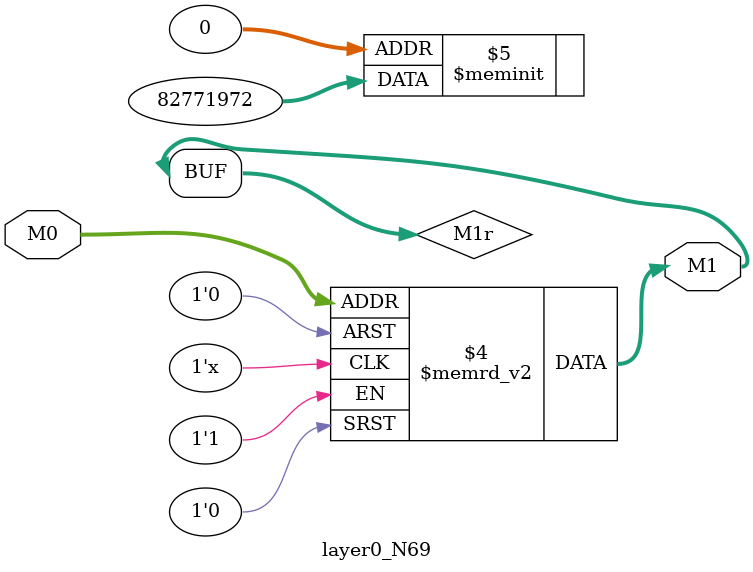
<source format=v>
module layer0_N69 ( input [3:0] M0, output [1:0] M1 );

	(*rom_style = "distributed" *) reg [1:0] M1r;
	assign M1 = M1r;
	always @ (M0) begin
		case (M0)
			4'b0000: M1r = 2'b00;
			4'b1000: M1r = 2'b11;
			4'b0100: M1r = 2'b00;
			4'b1100: M1r = 2'b00;
			4'b0010: M1r = 2'b00;
			4'b1010: M1r = 2'b10;
			4'b0110: M1r = 2'b00;
			4'b1110: M1r = 2'b00;
			4'b0001: M1r = 2'b01;
			4'b1001: M1r = 2'b11;
			4'b0101: M1r = 2'b00;
			4'b1101: M1r = 2'b01;
			4'b0011: M1r = 2'b00;
			4'b1011: M1r = 2'b11;
			4'b0111: M1r = 2'b00;
			4'b1111: M1r = 2'b00;

		endcase
	end
endmodule

</source>
